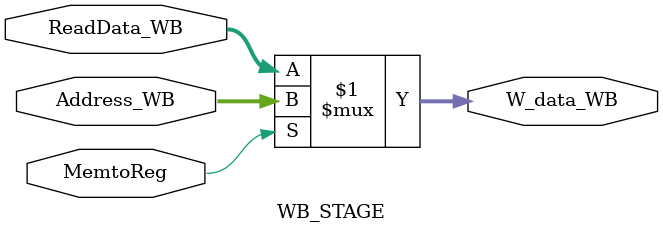
<source format=v>
`timescale 1ns / 1ps
module WB_STAGE(ReadData_WB, Address_WB, MemtoReg, W_data_WB );

//WB_STAGE INPUT
input [31:0] ReadData_WB;
input [31:0] Address_WB;
input MemtoReg;


//WB_STAGE OUTPUT
output [31:0] W_data_WB;
		



assign W_data_WB = (MemtoReg) ? Address_WB :  ReadData_WB;


     /*  initial begin
	      $display("The debug process in WB_STAGE");
         $monitor($time,, "ReadData_WB = %d  Address_WB = %d MemtoReg = %d  W_data_WB = %d", ReadData_WB ,Address_WB , MemtoReg, W_data_WB );			
	    end */


endmodule

</source>
